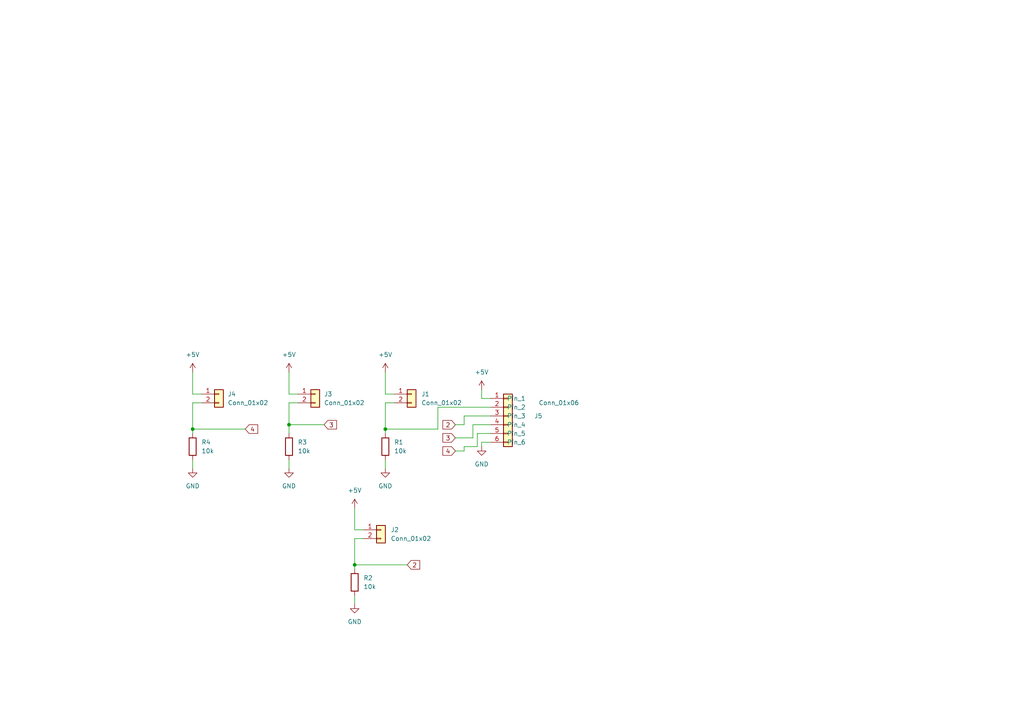
<source format=kicad_sch>
(kicad_sch (version 20211123) (generator eeschema)

  (uuid 0d1dbe8a-9b13-4526-b8cf-391d82478ad1)

  (paper "A4")

  (lib_symbols
    (symbol "Connector_Generic:Conn_01x02" (pin_names (offset 1.016) hide) (in_bom yes) (on_board yes)
      (property "Reference" "J" (id 0) (at 0 2.54 0)
        (effects (font (size 1.27 1.27)))
      )
      (property "Value" "Conn_01x02" (id 1) (at 0 -5.08 0)
        (effects (font (size 1.27 1.27)))
      )
      (property "Footprint" "" (id 2) (at 0 0 0)
        (effects (font (size 1.27 1.27)) hide)
      )
      (property "Datasheet" "~" (id 3) (at 0 0 0)
        (effects (font (size 1.27 1.27)) hide)
      )
      (property "ki_keywords" "connector" (id 4) (at 0 0 0)
        (effects (font (size 1.27 1.27)) hide)
      )
      (property "ki_description" "Generic connector, single row, 01x02, script generated (kicad-library-utils/schlib/autogen/connector/)" (id 5) (at 0 0 0)
        (effects (font (size 1.27 1.27)) hide)
      )
      (property "ki_fp_filters" "Connector*:*_1x??_*" (id 6) (at 0 0 0)
        (effects (font (size 1.27 1.27)) hide)
      )
      (symbol "Conn_01x02_1_1"
        (rectangle (start -1.27 -2.413) (end 0 -2.667)
          (stroke (width 0.1524) (type default) (color 0 0 0 0))
          (fill (type none))
        )
        (rectangle (start -1.27 0.127) (end 0 -0.127)
          (stroke (width 0.1524) (type default) (color 0 0 0 0))
          (fill (type none))
        )
        (rectangle (start -1.27 1.27) (end 1.27 -3.81)
          (stroke (width 0.254) (type default) (color 0 0 0 0))
          (fill (type background))
        )
        (pin passive line (at -5.08 0 0) (length 3.81)
          (name "Pin_1" (effects (font (size 1.27 1.27))))
          (number "1" (effects (font (size 1.27 1.27))))
        )
        (pin passive line (at -5.08 -2.54 0) (length 3.81)
          (name "Pin_2" (effects (font (size 1.27 1.27))))
          (number "2" (effects (font (size 1.27 1.27))))
        )
      )
    )
    (symbol "Connector_Generic:Conn_01x06" (pin_names (offset 1.016)) (in_bom yes) (on_board yes)
      (property "Reference" "J" (id 0) (at 0 7.62 0)
        (effects (font (size 1.27 1.27)))
      )
      (property "Value" "Conn_01x06" (id 1) (at 0 -10.16 0)
        (effects (font (size 1.27 1.27)))
      )
      (property "Footprint" "" (id 2) (at 0 0 0)
        (effects (font (size 1.27 1.27)) hide)
      )
      (property "Datasheet" "~" (id 3) (at 0 0 0)
        (effects (font (size 1.27 1.27)) hide)
      )
      (property "ki_keywords" "connector" (id 4) (at 0 0 0)
        (effects (font (size 1.27 1.27)) hide)
      )
      (property "ki_description" "Generic connector, single row, 01x06, script generated (kicad-library-utils/schlib/autogen/connector/)" (id 5) (at 0 0 0)
        (effects (font (size 1.27 1.27)) hide)
      )
      (property "ki_fp_filters" "Connector*:*_1x??_*" (id 6) (at 0 0 0)
        (effects (font (size 1.27 1.27)) hide)
      )
      (symbol "Conn_01x06_1_1"
        (rectangle (start -1.27 -7.493) (end 0 -7.747)
          (stroke (width 0.1524) (type default) (color 0 0 0 0))
          (fill (type none))
        )
        (rectangle (start -1.27 -4.953) (end 0 -5.207)
          (stroke (width 0.1524) (type default) (color 0 0 0 0))
          (fill (type none))
        )
        (rectangle (start -1.27 -2.413) (end 0 -2.667)
          (stroke (width 0.1524) (type default) (color 0 0 0 0))
          (fill (type none))
        )
        (rectangle (start -1.27 0.127) (end 0 -0.127)
          (stroke (width 0.1524) (type default) (color 0 0 0 0))
          (fill (type none))
        )
        (rectangle (start -1.27 2.667) (end 0 2.413)
          (stroke (width 0.1524) (type default) (color 0 0 0 0))
          (fill (type none))
        )
        (rectangle (start -1.27 5.207) (end 0 4.953)
          (stroke (width 0.1524) (type default) (color 0 0 0 0))
          (fill (type none))
        )
        (rectangle (start -1.27 6.35) (end 1.27 -8.89)
          (stroke (width 0.254) (type default) (color 0 0 0 0))
          (fill (type background))
        )
        (pin passive line (at -5.08 5.08 0) (length 3.81)
          (name "Pin_1" (effects (font (size 1.27 1.27))))
          (number "1" (effects (font (size 1.27 1.27))))
        )
        (pin passive line (at -5.08 2.54 0) (length 3.81)
          (name "Pin_2" (effects (font (size 1.27 1.27))))
          (number "2" (effects (font (size 1.27 1.27))))
        )
        (pin passive line (at -5.08 0 0) (length 3.81)
          (name "Pin_3" (effects (font (size 1.27 1.27))))
          (number "3" (effects (font (size 1.27 1.27))))
        )
        (pin passive line (at -5.08 -2.54 0) (length 3.81)
          (name "Pin_4" (effects (font (size 1.27 1.27))))
          (number "4" (effects (font (size 1.27 1.27))))
        )
        (pin passive line (at -5.08 -5.08 0) (length 3.81)
          (name "Pin_5" (effects (font (size 1.27 1.27))))
          (number "5" (effects (font (size 1.27 1.27))))
        )
        (pin passive line (at -5.08 -7.62 0) (length 3.81)
          (name "Pin_6" (effects (font (size 1.27 1.27))))
          (number "6" (effects (font (size 1.27 1.27))))
        )
      )
    )
    (symbol "Device:R" (pin_numbers hide) (pin_names (offset 0)) (in_bom yes) (on_board yes)
      (property "Reference" "R" (id 0) (at 2.032 0 90)
        (effects (font (size 1.27 1.27)))
      )
      (property "Value" "R" (id 1) (at 0 0 90)
        (effects (font (size 1.27 1.27)))
      )
      (property "Footprint" "" (id 2) (at -1.778 0 90)
        (effects (font (size 1.27 1.27)) hide)
      )
      (property "Datasheet" "~" (id 3) (at 0 0 0)
        (effects (font (size 1.27 1.27)) hide)
      )
      (property "ki_keywords" "R res resistor" (id 4) (at 0 0 0)
        (effects (font (size 1.27 1.27)) hide)
      )
      (property "ki_description" "Resistor" (id 5) (at 0 0 0)
        (effects (font (size 1.27 1.27)) hide)
      )
      (property "ki_fp_filters" "R_*" (id 6) (at 0 0 0)
        (effects (font (size 1.27 1.27)) hide)
      )
      (symbol "R_0_1"
        (rectangle (start -1.016 -2.54) (end 1.016 2.54)
          (stroke (width 0.254) (type default) (color 0 0 0 0))
          (fill (type none))
        )
      )
      (symbol "R_1_1"
        (pin passive line (at 0 3.81 270) (length 1.27)
          (name "~" (effects (font (size 1.27 1.27))))
          (number "1" (effects (font (size 1.27 1.27))))
        )
        (pin passive line (at 0 -3.81 90) (length 1.27)
          (name "~" (effects (font (size 1.27 1.27))))
          (number "2" (effects (font (size 1.27 1.27))))
        )
      )
    )
    (symbol "power:+5V" (power) (pin_names (offset 0)) (in_bom yes) (on_board yes)
      (property "Reference" "#PWR" (id 0) (at 0 -3.81 0)
        (effects (font (size 1.27 1.27)) hide)
      )
      (property "Value" "+5V" (id 1) (at 0 3.556 0)
        (effects (font (size 1.27 1.27)))
      )
      (property "Footprint" "" (id 2) (at 0 0 0)
        (effects (font (size 1.27 1.27)) hide)
      )
      (property "Datasheet" "" (id 3) (at 0 0 0)
        (effects (font (size 1.27 1.27)) hide)
      )
      (property "ki_keywords" "global power" (id 4) (at 0 0 0)
        (effects (font (size 1.27 1.27)) hide)
      )
      (property "ki_description" "Power symbol creates a global label with name \"+5V\"" (id 5) (at 0 0 0)
        (effects (font (size 1.27 1.27)) hide)
      )
      (symbol "+5V_0_1"
        (polyline
          (pts
            (xy -0.762 1.27)
            (xy 0 2.54)
          )
          (stroke (width 0) (type default) (color 0 0 0 0))
          (fill (type none))
        )
        (polyline
          (pts
            (xy 0 0)
            (xy 0 2.54)
          )
          (stroke (width 0) (type default) (color 0 0 0 0))
          (fill (type none))
        )
        (polyline
          (pts
            (xy 0 2.54)
            (xy 0.762 1.27)
          )
          (stroke (width 0) (type default) (color 0 0 0 0))
          (fill (type none))
        )
      )
      (symbol "+5V_1_1"
        (pin power_in line (at 0 0 90) (length 0) hide
          (name "+5V" (effects (font (size 1.27 1.27))))
          (number "1" (effects (font (size 1.27 1.27))))
        )
      )
    )
    (symbol "power:GND" (power) (pin_names (offset 0)) (in_bom yes) (on_board yes)
      (property "Reference" "#PWR" (id 0) (at 0 -6.35 0)
        (effects (font (size 1.27 1.27)) hide)
      )
      (property "Value" "GND" (id 1) (at 0 -3.81 0)
        (effects (font (size 1.27 1.27)))
      )
      (property "Footprint" "" (id 2) (at 0 0 0)
        (effects (font (size 1.27 1.27)) hide)
      )
      (property "Datasheet" "" (id 3) (at 0 0 0)
        (effects (font (size 1.27 1.27)) hide)
      )
      (property "ki_keywords" "global power" (id 4) (at 0 0 0)
        (effects (font (size 1.27 1.27)) hide)
      )
      (property "ki_description" "Power symbol creates a global label with name \"GND\" , ground" (id 5) (at 0 0 0)
        (effects (font (size 1.27 1.27)) hide)
      )
      (symbol "GND_0_1"
        (polyline
          (pts
            (xy 0 0)
            (xy 0 -1.27)
            (xy 1.27 -1.27)
            (xy 0 -2.54)
            (xy -1.27 -1.27)
            (xy 0 -1.27)
          )
          (stroke (width 0) (type default) (color 0 0 0 0))
          (fill (type none))
        )
      )
      (symbol "GND_1_1"
        (pin power_in line (at 0 0 270) (length 0) hide
          (name "GND" (effects (font (size 1.27 1.27))))
          (number "1" (effects (font (size 1.27 1.27))))
        )
      )
    )
  )

  (junction (at 83.82 123.19) (diameter 0) (color 0 0 0 0)
    (uuid 97097c54-07c6-4839-a117-7023fe930696)
  )
  (junction (at 102.87 163.83) (diameter 0) (color 0 0 0 0)
    (uuid d6feea3c-c42a-4dde-b56b-4a82babd46a2)
  )
  (junction (at 55.88 124.46) (diameter 0) (color 0 0 0 0)
    (uuid e18dc7b1-0c4e-47fe-a2e9-57f8a428372c)
  )
  (junction (at 111.76 124.46) (diameter 0) (color 0 0 0 0)
    (uuid f86dd625-5f6b-438c-965b-7e2b3edcd07b)
  )

  (wire (pts (xy 138.43 125.73) (xy 138.43 129.54))
    (stroke (width 0) (type default) (color 0 0 0 0))
    (uuid 1ba52ac1-096b-487b-85e2-8137bd78cdd0)
  )
  (wire (pts (xy 134.62 120.65) (xy 134.62 123.19))
    (stroke (width 0) (type default) (color 0 0 0 0))
    (uuid 1f15641a-2a25-451b-9c9e-f99444198d9d)
  )
  (wire (pts (xy 55.88 114.3) (xy 58.42 114.3))
    (stroke (width 0) (type default) (color 0 0 0 0))
    (uuid 26e0b308-2711-494f-8cf4-200c2d462297)
  )
  (wire (pts (xy 134.62 130.81) (xy 132.08 130.81))
    (stroke (width 0) (type default) (color 0 0 0 0))
    (uuid 27680aed-f2f6-47e4-afae-4391d3bddf9b)
  )
  (wire (pts (xy 142.24 128.27) (xy 139.7 128.27))
    (stroke (width 0) (type default) (color 0 0 0 0))
    (uuid 27b8f1be-0532-461c-9819-d0f3d214f8e1)
  )
  (wire (pts (xy 132.08 127) (xy 137.16 127))
    (stroke (width 0) (type default) (color 0 0 0 0))
    (uuid 29886c0f-60fe-47ff-9ac4-7db0b79862df)
  )
  (wire (pts (xy 139.7 128.27) (xy 139.7 129.54))
    (stroke (width 0) (type default) (color 0 0 0 0))
    (uuid 29c63c00-995f-434a-aa4d-bf7d86a99357)
  )
  (wire (pts (xy 142.24 123.19) (xy 137.16 123.19))
    (stroke (width 0) (type default) (color 0 0 0 0))
    (uuid 29feba69-af47-404c-8a06-4efc2df348df)
  )
  (wire (pts (xy 102.87 163.83) (xy 118.11 163.83))
    (stroke (width 0) (type default) (color 0 0 0 0))
    (uuid 2f7fa7bc-0b82-406a-abc4-49e0f2e114aa)
  )
  (wire (pts (xy 55.88 116.84) (xy 55.88 124.46))
    (stroke (width 0) (type default) (color 0 0 0 0))
    (uuid 46342b6c-95aa-4ecd-8665-a67b9d162f49)
  )
  (wire (pts (xy 114.3 116.84) (xy 111.76 116.84))
    (stroke (width 0) (type default) (color 0 0 0 0))
    (uuid 46fc07fb-14f1-46f8-b901-bf7b9fcf20f1)
  )
  (wire (pts (xy 105.41 156.21) (xy 102.87 156.21))
    (stroke (width 0) (type default) (color 0 0 0 0))
    (uuid 4a30583b-9ef6-4d38-ba8c-bce58dfd5769)
  )
  (wire (pts (xy 111.76 116.84) (xy 111.76 124.46))
    (stroke (width 0) (type default) (color 0 0 0 0))
    (uuid 5195dcd0-6a45-4467-9034-9e84687218c1)
  )
  (wire (pts (xy 139.7 113.03) (xy 139.7 115.57))
    (stroke (width 0) (type default) (color 0 0 0 0))
    (uuid 5238f707-fd93-4208-b05a-0f7e52c42a3f)
  )
  (wire (pts (xy 137.16 123.19) (xy 137.16 127))
    (stroke (width 0) (type default) (color 0 0 0 0))
    (uuid 5501220a-49e9-4564-aa0d-abc30e1790fb)
  )
  (wire (pts (xy 83.82 116.84) (xy 83.82 123.19))
    (stroke (width 0) (type default) (color 0 0 0 0))
    (uuid 56f44feb-2dc8-45bd-8f46-f0e41ac902d7)
  )
  (wire (pts (xy 83.82 107.95) (xy 83.82 114.3))
    (stroke (width 0) (type default) (color 0 0 0 0))
    (uuid 584a36e6-b2b6-4e7c-8c2b-a59be2594bfc)
  )
  (wire (pts (xy 55.88 124.46) (xy 71.12 124.46))
    (stroke (width 0) (type default) (color 0 0 0 0))
    (uuid 58697580-e462-4a0f-97b2-e48731f06665)
  )
  (wire (pts (xy 102.87 156.21) (xy 102.87 163.83))
    (stroke (width 0) (type default) (color 0 0 0 0))
    (uuid 62b9baf2-4b8d-4216-90c7-a6b625cba618)
  )
  (wire (pts (xy 102.87 163.83) (xy 102.87 165.1))
    (stroke (width 0) (type default) (color 0 0 0 0))
    (uuid 6b49ed62-bae5-4484-bf19-a2e7b436c7b4)
  )
  (wire (pts (xy 127 118.11) (xy 142.24 118.11))
    (stroke (width 0) (type default) (color 0 0 0 0))
    (uuid 6c35121b-27f8-4fd0-820f-38a0073f584e)
  )
  (wire (pts (xy 134.62 129.54) (xy 134.62 130.81))
    (stroke (width 0) (type default) (color 0 0 0 0))
    (uuid 7ce1e40d-7a85-4172-8b90-6a41f2afe2a2)
  )
  (wire (pts (xy 142.24 120.65) (xy 134.62 120.65))
    (stroke (width 0) (type default) (color 0 0 0 0))
    (uuid 825c1f65-c82d-438f-bd64-53e1124675fd)
  )
  (wire (pts (xy 111.76 124.46) (xy 111.76 125.73))
    (stroke (width 0) (type default) (color 0 0 0 0))
    (uuid 82aab758-7e66-44dd-a6ff-91b238aba511)
  )
  (wire (pts (xy 111.76 114.3) (xy 114.3 114.3))
    (stroke (width 0) (type default) (color 0 0 0 0))
    (uuid 8868e69e-8127-405e-a8f4-dcb08b5928d1)
  )
  (wire (pts (xy 83.82 123.19) (xy 93.98 123.19))
    (stroke (width 0) (type default) (color 0 0 0 0))
    (uuid 8945ce9f-adb1-4570-bb35-85e940d4c199)
  )
  (wire (pts (xy 132.08 123.19) (xy 134.62 123.19))
    (stroke (width 0) (type default) (color 0 0 0 0))
    (uuid 8cf95067-12bd-4a5b-b443-1da93aaad483)
  )
  (wire (pts (xy 102.87 172.72) (xy 102.87 175.26))
    (stroke (width 0) (type default) (color 0 0 0 0))
    (uuid 905ef132-9c9a-43ef-b773-a2584f329ead)
  )
  (wire (pts (xy 142.24 125.73) (xy 138.43 125.73))
    (stroke (width 0) (type default) (color 0 0 0 0))
    (uuid 9a9e9b65-5c5f-43a1-9b25-ea1e49d6bc84)
  )
  (wire (pts (xy 111.76 107.95) (xy 111.76 114.3))
    (stroke (width 0) (type default) (color 0 0 0 0))
    (uuid a0300f39-f0a8-4de2-aae2-7c0255cc71ad)
  )
  (wire (pts (xy 127 124.46) (xy 127 118.11))
    (stroke (width 0) (type default) (color 0 0 0 0))
    (uuid a8f163fc-4f90-443f-a3ad-f3e8d4dcdb6a)
  )
  (wire (pts (xy 55.88 133.35) (xy 55.88 135.89))
    (stroke (width 0) (type default) (color 0 0 0 0))
    (uuid a943741f-bf9a-4962-9da0-e2a79986878f)
  )
  (wire (pts (xy 58.42 116.84) (xy 55.88 116.84))
    (stroke (width 0) (type default) (color 0 0 0 0))
    (uuid b6e3ef13-ae6e-4364-aa64-f55809c340f8)
  )
  (wire (pts (xy 83.82 123.19) (xy 83.82 125.73))
    (stroke (width 0) (type default) (color 0 0 0 0))
    (uuid b7570d1b-ccb8-489e-97d7-25406e88539a)
  )
  (wire (pts (xy 83.82 133.35) (xy 83.82 135.89))
    (stroke (width 0) (type default) (color 0 0 0 0))
    (uuid c2ca291d-5ef4-4a6a-98d0-9e01c1e0c7c2)
  )
  (wire (pts (xy 111.76 133.35) (xy 111.76 135.89))
    (stroke (width 0) (type default) (color 0 0 0 0))
    (uuid d5a2c42a-2ae1-4116-ac4f-69a6113ad1ed)
  )
  (wire (pts (xy 55.88 124.46) (xy 55.88 125.73))
    (stroke (width 0) (type default) (color 0 0 0 0))
    (uuid d709fb99-3bf0-41f4-9e73-e6b9f7f0297b)
  )
  (wire (pts (xy 83.82 114.3) (xy 86.36 114.3))
    (stroke (width 0) (type default) (color 0 0 0 0))
    (uuid d84ae645-4448-48ac-bfc2-df694fbb9fa4)
  )
  (wire (pts (xy 138.43 129.54) (xy 134.62 129.54))
    (stroke (width 0) (type default) (color 0 0 0 0))
    (uuid ddbc00f3-23b4-44e4-bb47-4c6051581141)
  )
  (wire (pts (xy 55.88 107.95) (xy 55.88 114.3))
    (stroke (width 0) (type default) (color 0 0 0 0))
    (uuid e9958e6e-6c40-4944-a7a2-6a6957585554)
  )
  (wire (pts (xy 102.87 147.32) (xy 102.87 153.67))
    (stroke (width 0) (type default) (color 0 0 0 0))
    (uuid ebc26d75-649d-45f8-a0f6-8e3cea186a25)
  )
  (wire (pts (xy 102.87 153.67) (xy 105.41 153.67))
    (stroke (width 0) (type default) (color 0 0 0 0))
    (uuid f0e3dced-3770-4188-9e90-c578ee0dfd4e)
  )
  (wire (pts (xy 86.36 116.84) (xy 83.82 116.84))
    (stroke (width 0) (type default) (color 0 0 0 0))
    (uuid f170474d-efd0-4419-aaa0-ac3078e9a632)
  )
  (wire (pts (xy 142.24 115.57) (xy 139.7 115.57))
    (stroke (width 0) (type default) (color 0 0 0 0))
    (uuid f3c2e90e-d3c8-4002-ad01-7fc8f0d9e896)
  )
  (wire (pts (xy 111.76 124.46) (xy 127 124.46))
    (stroke (width 0) (type default) (color 0 0 0 0))
    (uuid fe52a8ce-7b50-4d57-b3fb-1310cade7d89)
  )

  (global_label "2" (shape input) (at 118.11 163.83 0) (fields_autoplaced)
    (effects (font (size 1.27 1.27)) (justify left))
    (uuid 0cee3746-330f-4197-8333-fa1f07b1a463)
    (property "Intersheet References" "${INTERSHEET_REFS}" (id 0) (at 121.7326 163.7506 0)
      (effects (font (size 1.27 1.27)) (justify left) hide)
    )
  )
  (global_label "2" (shape input) (at 132.08 123.19 180) (fields_autoplaced)
    (effects (font (size 1.27 1.27)) (justify right))
    (uuid 2a730333-4e6b-43b9-b5bc-a5165439acec)
    (property "Intersheet References" "${INTERSHEET_REFS}" (id 0) (at 128.4574 123.1106 0)
      (effects (font (size 1.27 1.27)) (justify right) hide)
    )
  )
  (global_label "3" (shape input) (at 132.08 127 180) (fields_autoplaced)
    (effects (font (size 1.27 1.27)) (justify right))
    (uuid 6257c9eb-37d2-4944-8b75-96482db680a4)
    (property "Intersheet References" "${INTERSHEET_REFS}" (id 0) (at 128.4574 127.0794 0)
      (effects (font (size 1.27 1.27)) (justify right) hide)
    )
  )
  (global_label "3" (shape input) (at 93.98 123.19 0) (fields_autoplaced)
    (effects (font (size 1.27 1.27)) (justify left))
    (uuid 8230f849-5a52-4191-b16c-3a01578b98a0)
    (property "Intersheet References" "${INTERSHEET_REFS}" (id 0) (at 97.6026 123.1106 0)
      (effects (font (size 1.27 1.27)) (justify left) hide)
    )
  )
  (global_label "4" (shape input) (at 71.12 124.46 0) (fields_autoplaced)
    (effects (font (size 1.27 1.27)) (justify left))
    (uuid e775b3e1-4503-4d56-8512-e25b55f6f551)
    (property "Intersheet References" "${INTERSHEET_REFS}" (id 0) (at 74.7426 124.3806 0)
      (effects (font (size 1.27 1.27)) (justify left) hide)
    )
  )
  (global_label "4" (shape input) (at 132.08 130.81 180) (fields_autoplaced)
    (effects (font (size 1.27 1.27)) (justify right))
    (uuid eedca459-9f03-4a98-9aca-546a3cf1715b)
    (property "Intersheet References" "${INTERSHEET_REFS}" (id 0) (at 128.4574 130.7306 0)
      (effects (font (size 1.27 1.27)) (justify right) hide)
    )
  )

  (symbol (lib_id "power:+5V") (at 111.76 107.95 0) (unit 1)
    (in_bom yes) (on_board yes) (fields_autoplaced)
    (uuid 0d18b361-301a-4ea2-91fc-27e746cd1292)
    (property "Reference" "#PWR01" (id 0) (at 111.76 111.76 0)
      (effects (font (size 1.27 1.27)) hide)
    )
    (property "Value" "+5V" (id 1) (at 111.76 102.87 0))
    (property "Footprint" "" (id 2) (at 111.76 107.95 0)
      (effects (font (size 1.27 1.27)) hide)
    )
    (property "Datasheet" "" (id 3) (at 111.76 107.95 0)
      (effects (font (size 1.27 1.27)) hide)
    )
    (pin "1" (uuid b9fb27e2-8560-4da1-8d5e-b30244b6ae79))
  )

  (symbol (lib_id "Connector_Generic:Conn_01x06") (at 147.32 120.65 0) (unit 1)
    (in_bom yes) (on_board yes)
    (uuid 0f1f0cf9-d066-47a1-ab62-a89de4ad8b0e)
    (property "Reference" "J5" (id 0) (at 154.94 120.65 0)
      (effects (font (size 1.27 1.27)) (justify left))
    )
    (property "Value" "Conn_01x06" (id 1) (at 156.21 116.84 0)
      (effects (font (size 1.27 1.27)) (justify left))
    )
    (property "Footprint" "Connector_JST:JST_EH_B6B-EH-A_1x06_P2.50mm_Vertical" (id 2) (at 147.32 120.65 0)
      (effects (font (size 1.27 1.27)) hide)
    )
    (property "Datasheet" "~" (id 3) (at 147.32 120.65 0)
      (effects (font (size 1.27 1.27)) hide)
    )
    (pin "1" (uuid 81f644ea-ef49-46bf-9f7f-d0177f564897))
    (pin "2" (uuid 1a681e81-4e6b-4a81-94d7-42aec2df9f85))
    (pin "3" (uuid a1429809-53b2-4d76-94cb-6053842a85a0))
    (pin "4" (uuid 73a92328-baec-429c-8788-968fbc6876ce))
    (pin "5" (uuid 54d318a4-e2e3-459f-a8c2-1c08ac4b20d3))
    (pin "6" (uuid 64253a36-6ea7-4e25-9ede-53d762cf6996))
  )

  (symbol (lib_id "Device:R") (at 102.87 168.91 0) (unit 1)
    (in_bom yes) (on_board yes) (fields_autoplaced)
    (uuid 19443496-fc23-4cfb-b2cc-fbc07a986f9d)
    (property "Reference" "R2" (id 0) (at 105.41 167.6399 0)
      (effects (font (size 1.27 1.27)) (justify left))
    )
    (property "Value" "10k" (id 1) (at 105.41 170.1799 0)
      (effects (font (size 1.27 1.27)) (justify left))
    )
    (property "Footprint" "Resistor_SMD:R_0805_2012Metric" (id 2) (at 101.092 168.91 90)
      (effects (font (size 1.27 1.27)) hide)
    )
    (property "Datasheet" "~" (id 3) (at 102.87 168.91 0)
      (effects (font (size 1.27 1.27)) hide)
    )
    (pin "1" (uuid 3a6c86cb-bab5-4c29-bd98-968eeaabb099))
    (pin "2" (uuid 4d1ed570-59b2-4d04-a8f6-d845e4cf7091))
  )

  (symbol (lib_id "Connector_Generic:Conn_01x02") (at 91.44 114.3 0) (unit 1)
    (in_bom yes) (on_board yes) (fields_autoplaced)
    (uuid 28c0a770-24b6-4243-877e-c4cacfd2f1b0)
    (property "Reference" "J3" (id 0) (at 93.98 114.2999 0)
      (effects (font (size 1.27 1.27)) (justify left))
    )
    (property "Value" "Conn_01x02" (id 1) (at 93.98 116.8399 0)
      (effects (font (size 1.27 1.27)) (justify left))
    )
    (property "Footprint" "Connector_JST:JST_PH_B2B-PH-K_1x02_P2.00mm_Vertical" (id 2) (at 91.44 114.3 0)
      (effects (font (size 1.27 1.27)) hide)
    )
    (property "Datasheet" "~" (id 3) (at 91.44 114.3 0)
      (effects (font (size 1.27 1.27)) hide)
    )
    (pin "1" (uuid 00be89f4-bb51-407a-8866-3e95254c8952))
    (pin "2" (uuid ca1520a6-3986-49b4-b8b0-f9d61dbcc8c6))
  )

  (symbol (lib_id "Connector_Generic:Conn_01x02") (at 110.49 153.67 0) (unit 1)
    (in_bom yes) (on_board yes) (fields_autoplaced)
    (uuid 31504778-6f43-4f89-b7ca-6bf7dad1ba5b)
    (property "Reference" "J2" (id 0) (at 113.313 153.6699 0)
      (effects (font (size 1.27 1.27)) (justify left))
    )
    (property "Value" "Conn_01x02" (id 1) (at 113.313 156.2099 0)
      (effects (font (size 1.27 1.27)) (justify left))
    )
    (property "Footprint" "Connector_JST:JST_PH_B2B-PH-K_1x02_P2.00mm_Vertical" (id 2) (at 110.49 153.67 0)
      (effects (font (size 1.27 1.27)) hide)
    )
    (property "Datasheet" "~" (id 3) (at 110.49 153.67 0)
      (effects (font (size 1.27 1.27)) hide)
    )
    (pin "1" (uuid b7952b39-21dd-47c2-a172-73a7953c82f4))
    (pin "2" (uuid cf05fb79-eed4-4ff1-a88d-9090c7a9b864))
  )

  (symbol (lib_id "Device:R") (at 55.88 129.54 0) (unit 1)
    (in_bom yes) (on_board yes) (fields_autoplaced)
    (uuid 37afc001-2d35-412a-addd-3026f75f8bdc)
    (property "Reference" "R4" (id 0) (at 58.42 128.2699 0)
      (effects (font (size 1.27 1.27)) (justify left))
    )
    (property "Value" "10k" (id 1) (at 58.42 130.8099 0)
      (effects (font (size 1.27 1.27)) (justify left))
    )
    (property "Footprint" "Resistor_SMD:R_0805_2012Metric" (id 2) (at 54.102 129.54 90)
      (effects (font (size 1.27 1.27)) hide)
    )
    (property "Datasheet" "~" (id 3) (at 55.88 129.54 0)
      (effects (font (size 1.27 1.27)) hide)
    )
    (pin "1" (uuid b38e06e3-21b2-40c4-b5a0-af2574fe1118))
    (pin "2" (uuid db889cb7-56cb-4341-bf76-758256a2a620))
  )

  (symbol (lib_id "power:+5V") (at 83.82 107.95 0) (unit 1)
    (in_bom yes) (on_board yes) (fields_autoplaced)
    (uuid 45388dc8-bd72-4998-9236-65ce81ed2509)
    (property "Reference" "#PWR0103" (id 0) (at 83.82 111.76 0)
      (effects (font (size 1.27 1.27)) hide)
    )
    (property "Value" "+5V" (id 1) (at 83.82 102.87 0))
    (property "Footprint" "" (id 2) (at 83.82 107.95 0)
      (effects (font (size 1.27 1.27)) hide)
    )
    (property "Datasheet" "" (id 3) (at 83.82 107.95 0)
      (effects (font (size 1.27 1.27)) hide)
    )
    (pin "1" (uuid d8d5ec76-9a30-44eb-afea-27dce24162a7))
  )

  (symbol (lib_id "Connector_Generic:Conn_01x02") (at 63.5 114.3 0) (unit 1)
    (in_bom yes) (on_board yes) (fields_autoplaced)
    (uuid 81c3cca0-cde8-44f6-8351-cb3d68b58124)
    (property "Reference" "J4" (id 0) (at 66.04 114.2999 0)
      (effects (font (size 1.27 1.27)) (justify left))
    )
    (property "Value" "Conn_01x02" (id 1) (at 66.04 116.8399 0)
      (effects (font (size 1.27 1.27)) (justify left))
    )
    (property "Footprint" "Connector_JST:JST_PH_B2B-PH-K_1x02_P2.00mm_Vertical" (id 2) (at 63.5 114.3 0)
      (effects (font (size 1.27 1.27)) hide)
    )
    (property "Datasheet" "~" (id 3) (at 63.5 114.3 0)
      (effects (font (size 1.27 1.27)) hide)
    )
    (pin "1" (uuid 2c6ec174-cd49-4613-b9d0-3cadc4069b2a))
    (pin "2" (uuid 6d58d377-0513-44bb-8bc2-3a0ccf6a1e85))
  )

  (symbol (lib_id "power:GND") (at 139.7 129.54 0) (unit 1)
    (in_bom yes) (on_board yes) (fields_autoplaced)
    (uuid 96fa6b49-f26b-4645-8b0f-505b2c669964)
    (property "Reference" "#PWR04" (id 0) (at 139.7 135.89 0)
      (effects (font (size 1.27 1.27)) hide)
    )
    (property "Value" "GND" (id 1) (at 139.7 134.62 0))
    (property "Footprint" "" (id 2) (at 139.7 129.54 0)
      (effects (font (size 1.27 1.27)) hide)
    )
    (property "Datasheet" "" (id 3) (at 139.7 129.54 0)
      (effects (font (size 1.27 1.27)) hide)
    )
    (pin "1" (uuid 80ff6da0-fffc-4a23-843a-35deb87539fa))
  )

  (symbol (lib_id "Device:R") (at 111.76 129.54 0) (unit 1)
    (in_bom yes) (on_board yes) (fields_autoplaced)
    (uuid 9d951586-e02e-4dd2-bdf0-7fc33edfe037)
    (property "Reference" "R1" (id 0) (at 114.3 128.2699 0)
      (effects (font (size 1.27 1.27)) (justify left))
    )
    (property "Value" "10k" (id 1) (at 114.3 130.8099 0)
      (effects (font (size 1.27 1.27)) (justify left))
    )
    (property "Footprint" "Resistor_SMD:R_0805_2012Metric" (id 2) (at 109.982 129.54 90)
      (effects (font (size 1.27 1.27)) hide)
    )
    (property "Datasheet" "~" (id 3) (at 111.76 129.54 0)
      (effects (font (size 1.27 1.27)) hide)
    )
    (pin "1" (uuid e71f2c92-ddea-4de9-a867-dda77f4328e7))
    (pin "2" (uuid 69d05a03-b9f3-444f-8f3f-034b41e2fa06))
  )

  (symbol (lib_id "Connector_Generic:Conn_01x02") (at 119.38 114.3 0) (unit 1)
    (in_bom yes) (on_board yes) (fields_autoplaced)
    (uuid a18e6aa6-6fab-4bbf-ba22-ceaa535cb932)
    (property "Reference" "J1" (id 0) (at 122.203 114.2999 0)
      (effects (font (size 1.27 1.27)) (justify left))
    )
    (property "Value" "Conn_01x02" (id 1) (at 122.203 116.8399 0)
      (effects (font (size 1.27 1.27)) (justify left))
    )
    (property "Footprint" "Connector_JST:JST_PH_B2B-PH-K_1x02_P2.00mm_Vertical" (id 2) (at 119.38 114.3 0)
      (effects (font (size 1.27 1.27)) hide)
    )
    (property "Datasheet" "~" (id 3) (at 119.38 114.3 0)
      (effects (font (size 1.27 1.27)) hide)
    )
    (pin "1" (uuid a0bb9b46-757f-4627-a57a-d1ee4b927eb0))
    (pin "2" (uuid 4791f0f4-2e0e-4468-844f-15e4be25f435))
  )

  (symbol (lib_id "power:GND") (at 111.76 135.89 0) (unit 1)
    (in_bom yes) (on_board yes) (fields_autoplaced)
    (uuid ac3e2b2c-06b8-4fdd-85ce-b8b5fd7b4fd2)
    (property "Reference" "#PWR02" (id 0) (at 111.76 142.24 0)
      (effects (font (size 1.27 1.27)) hide)
    )
    (property "Value" "GND" (id 1) (at 111.76 140.97 0))
    (property "Footprint" "" (id 2) (at 111.76 135.89 0)
      (effects (font (size 1.27 1.27)) hide)
    )
    (property "Datasheet" "" (id 3) (at 111.76 135.89 0)
      (effects (font (size 1.27 1.27)) hide)
    )
    (pin "1" (uuid 84af7b9b-4e38-470e-85da-e999de370148))
  )

  (symbol (lib_id "power:GND") (at 55.88 135.89 0) (unit 1)
    (in_bom yes) (on_board yes) (fields_autoplaced)
    (uuid b710e4d9-703a-413a-825b-fb4b3c14d4ee)
    (property "Reference" "#PWR0101" (id 0) (at 55.88 142.24 0)
      (effects (font (size 1.27 1.27)) hide)
    )
    (property "Value" "GND" (id 1) (at 55.88 140.97 0))
    (property "Footprint" "" (id 2) (at 55.88 135.89 0)
      (effects (font (size 1.27 1.27)) hide)
    )
    (property "Datasheet" "" (id 3) (at 55.88 135.89 0)
      (effects (font (size 1.27 1.27)) hide)
    )
    (pin "1" (uuid b697a64a-04fe-4e22-bdce-96100aab653a))
  )

  (symbol (lib_id "power:+5V") (at 102.87 147.32 0) (unit 1)
    (in_bom yes) (on_board yes) (fields_autoplaced)
    (uuid cec90558-05ce-4e10-8033-5fb4cac50693)
    (property "Reference" "#PWR0105" (id 0) (at 102.87 151.13 0)
      (effects (font (size 1.27 1.27)) hide)
    )
    (property "Value" "+5V" (id 1) (at 102.87 142.24 0))
    (property "Footprint" "" (id 2) (at 102.87 147.32 0)
      (effects (font (size 1.27 1.27)) hide)
    )
    (property "Datasheet" "" (id 3) (at 102.87 147.32 0)
      (effects (font (size 1.27 1.27)) hide)
    )
    (pin "1" (uuid 520f0308-f009-4ded-adf7-29daf69ee400))
  )

  (symbol (lib_id "Device:R") (at 83.82 129.54 0) (unit 1)
    (in_bom yes) (on_board yes) (fields_autoplaced)
    (uuid cf6197c0-4fec-414a-827d-e335c2152819)
    (property "Reference" "R3" (id 0) (at 86.36 128.2699 0)
      (effects (font (size 1.27 1.27)) (justify left))
    )
    (property "Value" "10k" (id 1) (at 86.36 130.8099 0)
      (effects (font (size 1.27 1.27)) (justify left))
    )
    (property "Footprint" "Resistor_SMD:R_0805_2012Metric" (id 2) (at 82.042 129.54 90)
      (effects (font (size 1.27 1.27)) hide)
    )
    (property "Datasheet" "~" (id 3) (at 83.82 129.54 0)
      (effects (font (size 1.27 1.27)) hide)
    )
    (pin "1" (uuid 72adf05f-ea8f-466f-bb32-1cec5ec4641a))
    (pin "2" (uuid 4a31ace6-ec15-4d65-bc1a-4550f94e068c))
  )

  (symbol (lib_id "power:+5V") (at 139.7 113.03 0) (unit 1)
    (in_bom yes) (on_board yes) (fields_autoplaced)
    (uuid dbc90963-e92b-45ae-aebd-13c20e3891a5)
    (property "Reference" "#PWR03" (id 0) (at 139.7 116.84 0)
      (effects (font (size 1.27 1.27)) hide)
    )
    (property "Value" "+5V" (id 1) (at 139.7 107.95 0))
    (property "Footprint" "" (id 2) (at 139.7 113.03 0)
      (effects (font (size 1.27 1.27)) hide)
    )
    (property "Datasheet" "" (id 3) (at 139.7 113.03 0)
      (effects (font (size 1.27 1.27)) hide)
    )
    (pin "1" (uuid 56d1d06f-e856-4c48-ad60-2f80de7dc7cc))
  )

  (symbol (lib_id "power:GND") (at 83.82 135.89 0) (unit 1)
    (in_bom yes) (on_board yes) (fields_autoplaced)
    (uuid e1f1a02c-e270-429d-a611-cfe724eab4e1)
    (property "Reference" "#PWR0102" (id 0) (at 83.82 142.24 0)
      (effects (font (size 1.27 1.27)) hide)
    )
    (property "Value" "GND" (id 1) (at 83.82 140.97 0))
    (property "Footprint" "" (id 2) (at 83.82 135.89 0)
      (effects (font (size 1.27 1.27)) hide)
    )
    (property "Datasheet" "" (id 3) (at 83.82 135.89 0)
      (effects (font (size 1.27 1.27)) hide)
    )
    (pin "1" (uuid c1f709d7-2a4d-4df0-bab7-12edab21aa86))
  )

  (symbol (lib_id "power:+5V") (at 55.88 107.95 0) (unit 1)
    (in_bom yes) (on_board yes) (fields_autoplaced)
    (uuid e449e925-c0eb-408a-9ea9-a5f62b5535d0)
    (property "Reference" "#PWR0104" (id 0) (at 55.88 111.76 0)
      (effects (font (size 1.27 1.27)) hide)
    )
    (property "Value" "+5V" (id 1) (at 55.88 102.87 0))
    (property "Footprint" "" (id 2) (at 55.88 107.95 0)
      (effects (font (size 1.27 1.27)) hide)
    )
    (property "Datasheet" "" (id 3) (at 55.88 107.95 0)
      (effects (font (size 1.27 1.27)) hide)
    )
    (pin "1" (uuid 5fd13b36-7116-4d09-8b7e-91c5ebfce4e3))
  )

  (symbol (lib_id "power:GND") (at 102.87 175.26 0) (unit 1)
    (in_bom yes) (on_board yes) (fields_autoplaced)
    (uuid e936d313-daba-403f-82d5-55d953820bae)
    (property "Reference" "#PWR0106" (id 0) (at 102.87 181.61 0)
      (effects (font (size 1.27 1.27)) hide)
    )
    (property "Value" "GND" (id 1) (at 102.87 180.34 0))
    (property "Footprint" "" (id 2) (at 102.87 175.26 0)
      (effects (font (size 1.27 1.27)) hide)
    )
    (property "Datasheet" "" (id 3) (at 102.87 175.26 0)
      (effects (font (size 1.27 1.27)) hide)
    )
    (pin "1" (uuid 2f7674fd-b250-4109-a1d0-90b17a15afd1))
  )

  (sheet_instances
    (path "/" (page "1"))
  )

  (symbol_instances
    (path "/0d18b361-301a-4ea2-91fc-27e746cd1292"
      (reference "#PWR01") (unit 1) (value "+5V") (footprint "")
    )
    (path "/ac3e2b2c-06b8-4fdd-85ce-b8b5fd7b4fd2"
      (reference "#PWR02") (unit 1) (value "GND") (footprint "")
    )
    (path "/dbc90963-e92b-45ae-aebd-13c20e3891a5"
      (reference "#PWR03") (unit 1) (value "+5V") (footprint "")
    )
    (path "/96fa6b49-f26b-4645-8b0f-505b2c669964"
      (reference "#PWR04") (unit 1) (value "GND") (footprint "")
    )
    (path "/b710e4d9-703a-413a-825b-fb4b3c14d4ee"
      (reference "#PWR0101") (unit 1) (value "GND") (footprint "")
    )
    (path "/e1f1a02c-e270-429d-a611-cfe724eab4e1"
      (reference "#PWR0102") (unit 1) (value "GND") (footprint "")
    )
    (path "/45388dc8-bd72-4998-9236-65ce81ed2509"
      (reference "#PWR0103") (unit 1) (value "+5V") (footprint "")
    )
    (path "/e449e925-c0eb-408a-9ea9-a5f62b5535d0"
      (reference "#PWR0104") (unit 1) (value "+5V") (footprint "")
    )
    (path "/cec90558-05ce-4e10-8033-5fb4cac50693"
      (reference "#PWR0105") (unit 1) (value "+5V") (footprint "")
    )
    (path "/e936d313-daba-403f-82d5-55d953820bae"
      (reference "#PWR0106") (unit 1) (value "GND") (footprint "")
    )
    (path "/a18e6aa6-6fab-4bbf-ba22-ceaa535cb932"
      (reference "J1") (unit 1) (value "Conn_01x02") (footprint "Connector_JST:JST_PH_B2B-PH-K_1x02_P2.00mm_Vertical")
    )
    (path "/31504778-6f43-4f89-b7ca-6bf7dad1ba5b"
      (reference "J2") (unit 1) (value "Conn_01x02") (footprint "Connector_JST:JST_PH_B2B-PH-K_1x02_P2.00mm_Vertical")
    )
    (path "/28c0a770-24b6-4243-877e-c4cacfd2f1b0"
      (reference "J3") (unit 1) (value "Conn_01x02") (footprint "Connector_JST:JST_PH_B2B-PH-K_1x02_P2.00mm_Vertical")
    )
    (path "/81c3cca0-cde8-44f6-8351-cb3d68b58124"
      (reference "J4") (unit 1) (value "Conn_01x02") (footprint "Connector_JST:JST_PH_B2B-PH-K_1x02_P2.00mm_Vertical")
    )
    (path "/0f1f0cf9-d066-47a1-ab62-a89de4ad8b0e"
      (reference "J5") (unit 1) (value "Conn_01x06") (footprint "Connector_JST:JST_EH_B6B-EH-A_1x06_P2.50mm_Vertical")
    )
    (path "/9d951586-e02e-4dd2-bdf0-7fc33edfe037"
      (reference "R1") (unit 1) (value "10k") (footprint "Resistor_SMD:R_0805_2012Metric")
    )
    (path "/19443496-fc23-4cfb-b2cc-fbc07a986f9d"
      (reference "R2") (unit 1) (value "10k") (footprint "Resistor_SMD:R_0805_2012Metric")
    )
    (path "/cf6197c0-4fec-414a-827d-e335c2152819"
      (reference "R3") (unit 1) (value "10k") (footprint "Resistor_SMD:R_0805_2012Metric")
    )
    (path "/37afc001-2d35-412a-addd-3026f75f8bdc"
      (reference "R4") (unit 1) (value "10k") (footprint "Resistor_SMD:R_0805_2012Metric")
    )
  )
)

</source>
